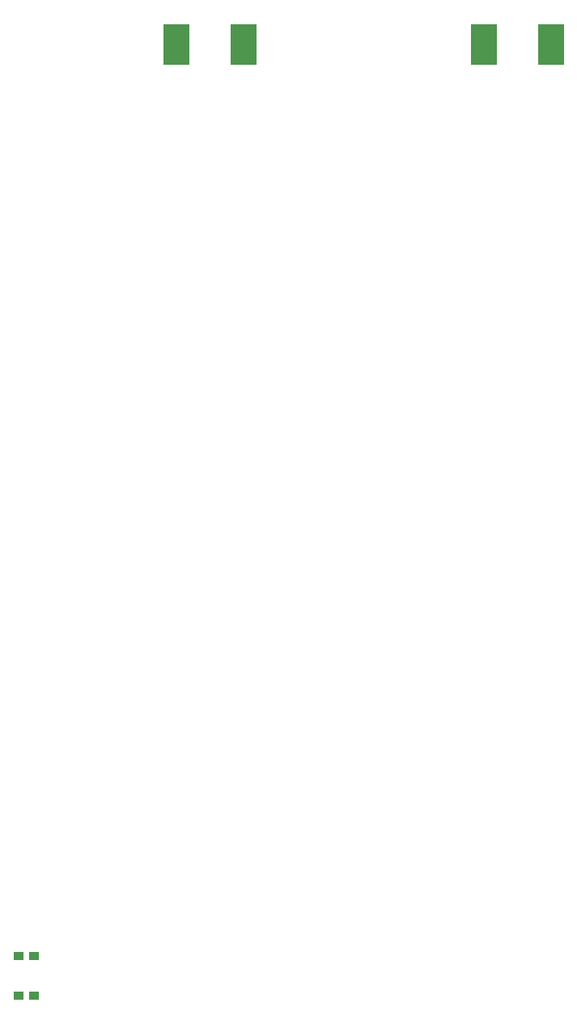
<source format=gbr>
G04 EAGLE Gerber RS-274X export*
G75*
%MOMM*%
%FSLAX34Y34*%
%LPD*%
%INSolderpaste Bottom*%
%IPPOS*%
%AMOC8*
5,1,8,0,0,1.08239X$1,22.5*%
G01*
%ADD10R,1.000000X0.900000*%
%ADD11R,2.667000X4.191000*%


D10*
X195850Y370100D03*
X179850Y370100D03*
X179850Y329100D03*
X195850Y329100D03*
D11*
X345354Y1323846D03*
X415246Y1323846D03*
X666918Y1323846D03*
X736810Y1323846D03*
M02*

</source>
